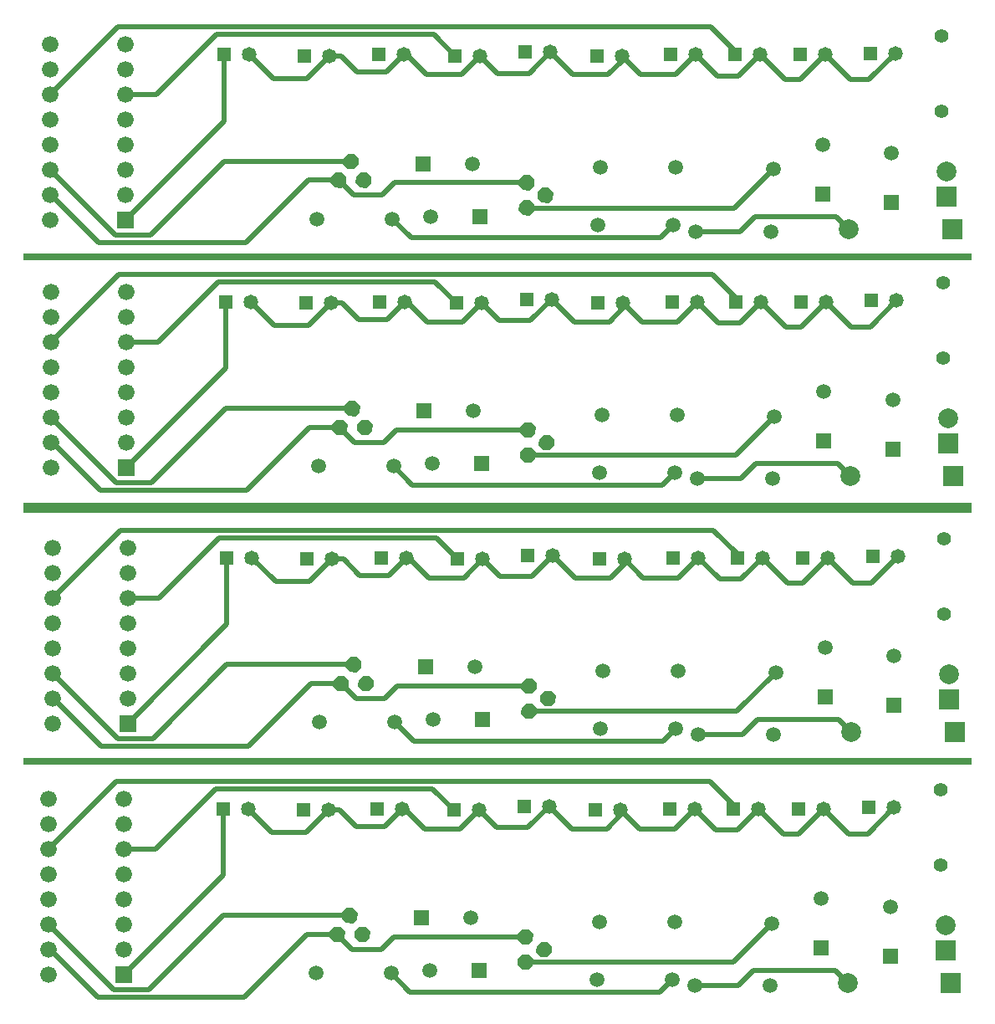
<source format=gtl>
G04 Layer_Physical_Order=1*
G04 Layer_Color=255*
%FSLAX25Y25*%
%MOIN*%
G70*
G01*
G75*
%ADD10C,0.02000*%
%ADD11R,3.77953X0.02756*%
%ADD12R,3.77953X0.03937*%
%ADD13C,0.05905*%
%ADD14C,0.06600*%
%ADD15R,0.06600X0.06600*%
%ADD16C,0.05512*%
%ADD17C,0.07874*%
%ADD18R,0.07874X0.07874*%
%ADD19R,0.07874X0.07874*%
%ADD20R,0.05905X0.05905*%
%ADD21C,0.05937*%
%ADD22R,0.05937X0.05937*%
%ADD23C,0.05827*%
%ADD24R,0.05827X0.05827*%
%ADD25R,0.05905X0.05905*%
G36*
X138895Y341991D02*
X140601Y340129D01*
X140491Y337605D01*
X138629Y335899D01*
X136105Y336009D01*
X134399Y337871D01*
X134509Y340395D01*
X136371Y342101D01*
X138895Y341991D01*
D02*
G37*
G36*
X143895Y334491D02*
X145601Y332629D01*
X145491Y330105D01*
X143629Y328399D01*
X141105Y328509D01*
X139399Y330371D01*
X139509Y332895D01*
X141371Y334601D01*
X143895Y334491D01*
D02*
G37*
G36*
X133895D02*
X135601Y332629D01*
X135491Y330105D01*
X133629Y328399D01*
X131105Y328509D01*
X129399Y330371D01*
X129509Y332895D01*
X131371Y334601D01*
X133895Y334491D01*
D02*
G37*
G36*
X208895Y333491D02*
X210601Y331629D01*
X210491Y329105D01*
X208629Y327399D01*
X206105Y327509D01*
X204399Y329371D01*
X204509Y331895D01*
X206371Y333601D01*
X208895Y333491D01*
D02*
G37*
G36*
X216395Y328491D02*
X218101Y326629D01*
X217991Y324105D01*
X216129Y322399D01*
X213605Y322509D01*
X211899Y324371D01*
X212009Y326895D01*
X213871Y328601D01*
X216395Y328491D01*
D02*
G37*
G36*
X208895Y323491D02*
X210601Y321629D01*
X210491Y319105D01*
X208629Y317399D01*
X206105Y317509D01*
X204399Y319371D01*
X204509Y321895D01*
X206371Y323601D01*
X208895Y323491D01*
D02*
G37*
G36*
X139395Y243491D02*
X141101Y241629D01*
X140991Y239105D01*
X139129Y237399D01*
X136605Y237509D01*
X134899Y239371D01*
X135009Y241895D01*
X136871Y243601D01*
X139395Y243491D01*
D02*
G37*
G36*
X144395Y235991D02*
X146101Y234129D01*
X145991Y231605D01*
X144129Y229899D01*
X141605Y230009D01*
X139899Y231871D01*
X140009Y234395D01*
X141871Y236101D01*
X144395Y235991D01*
D02*
G37*
G36*
X134395D02*
X136101Y234129D01*
X135991Y231605D01*
X134129Y229899D01*
X131605Y230009D01*
X129899Y231871D01*
X130009Y234395D01*
X131871Y236101D01*
X134395Y235991D01*
D02*
G37*
G36*
X209395Y234991D02*
X211101Y233129D01*
X210991Y230605D01*
X209129Y228899D01*
X206605Y229009D01*
X204899Y230871D01*
X205009Y233395D01*
X206871Y235101D01*
X209395Y234991D01*
D02*
G37*
G36*
X216895Y229991D02*
X218601Y228129D01*
X218491Y225605D01*
X216629Y223899D01*
X214105Y224009D01*
X212399Y225871D01*
X212509Y228395D01*
X214371Y230101D01*
X216895Y229991D01*
D02*
G37*
G36*
X209395Y224991D02*
X211101Y223129D01*
X210991Y220605D01*
X209129Y218899D01*
X206605Y219009D01*
X204899Y220871D01*
X205009Y223395D01*
X206871Y225101D01*
X209395Y224991D01*
D02*
G37*
G36*
X139895Y141491D02*
X141601Y139629D01*
X141491Y137105D01*
X139629Y135399D01*
X137105Y135509D01*
X135399Y137371D01*
X135509Y139895D01*
X137371Y141601D01*
X139895Y141491D01*
D02*
G37*
G36*
X144895Y133991D02*
X146601Y132129D01*
X146491Y129605D01*
X144629Y127899D01*
X142105Y128009D01*
X140399Y129871D01*
X140509Y132395D01*
X142371Y134101D01*
X144895Y133991D01*
D02*
G37*
G36*
X134895D02*
X136601Y132129D01*
X136491Y129605D01*
X134629Y127899D01*
X132105Y128009D01*
X130399Y129871D01*
X130509Y132395D01*
X132371Y134101D01*
X134895Y133991D01*
D02*
G37*
G36*
X209895Y132991D02*
X211601Y131129D01*
X211491Y128605D01*
X209629Y126899D01*
X207105Y127009D01*
X205399Y128871D01*
X205509Y131395D01*
X207371Y133101D01*
X209895Y132991D01*
D02*
G37*
G36*
X217395Y127991D02*
X219101Y126129D01*
X218991Y123605D01*
X217129Y121899D01*
X214605Y122009D01*
X212899Y123871D01*
X213009Y126395D01*
X214871Y128101D01*
X217395Y127991D01*
D02*
G37*
G36*
X209895Y122991D02*
X211601Y121129D01*
X211491Y118605D01*
X209629Y116899D01*
X207105Y117009D01*
X205399Y118871D01*
X205509Y121395D01*
X207371Y123101D01*
X209895Y122991D01*
D02*
G37*
G36*
X138395Y41491D02*
X140101Y39629D01*
X139991Y37105D01*
X138129Y35399D01*
X135605Y35509D01*
X133899Y37371D01*
X134009Y39895D01*
X135871Y41601D01*
X138395Y41491D01*
D02*
G37*
G36*
X143395Y33991D02*
X145101Y32129D01*
X144991Y29605D01*
X143129Y27899D01*
X140605Y28009D01*
X138899Y29871D01*
X139009Y32395D01*
X140871Y34101D01*
X143395Y33991D01*
D02*
G37*
G36*
X133395D02*
X135101Y32129D01*
X134991Y29605D01*
X133129Y27899D01*
X130605Y28009D01*
X128899Y29871D01*
X129009Y32395D01*
X130871Y34101D01*
X133395Y33991D01*
D02*
G37*
G36*
X208395Y32991D02*
X210101Y31129D01*
X209991Y28605D01*
X208129Y26899D01*
X205605Y27009D01*
X203899Y28871D01*
X204009Y31395D01*
X205871Y33101D01*
X208395Y32991D01*
D02*
G37*
G36*
X215895Y27991D02*
X217601Y26129D01*
X217491Y23605D01*
X215629Y21899D01*
X213105Y22009D01*
X211399Y23871D01*
X211509Y26395D01*
X213371Y28101D01*
X215895Y27991D01*
D02*
G37*
G36*
X208395Y22991D02*
X210101Y21129D01*
X209991Y18605D01*
X208129Y16899D01*
X205605Y17009D01*
X203899Y18871D01*
X204009Y21395D01*
X205871Y23101D01*
X208395Y22991D01*
D02*
G37*
D10*
X48500Y115000D02*
X88000Y154500D01*
Y181000D01*
X48500Y165000D02*
X61000D01*
X85000Y189000D01*
X171500D01*
X180000Y180500D01*
X98000Y181000D02*
X107500Y171500D01*
X121000D01*
X130000Y180500D01*
X134500D01*
X141000Y174000D01*
X152500D01*
X159500Y181000D01*
X160500D01*
X168500Y173000D01*
X182500D01*
X190000Y180500D01*
X197000Y173500D01*
X209500D01*
X218000Y182000D01*
X227000Y173000D01*
X241000D01*
X246500Y178500D01*
Y180500D01*
X254000Y173000D01*
X268000D01*
X276000Y181000D01*
X284500Y172500D01*
X293000D01*
X301500Y181000D01*
X311500Y171000D01*
X317500D01*
X327500Y181000D01*
X337500Y171000D01*
X345000D01*
X355500Y181500D01*
X18500Y165000D02*
X45500Y192000D01*
X282000D01*
X291500Y182500D01*
Y181000D02*
Y182500D01*
X18500Y135000D02*
X44500Y109000D01*
X58500D01*
X88000Y138500D01*
X138500D01*
X18500Y125000D02*
X19000D01*
X38000Y106000D01*
X96500D01*
X121500Y131000D01*
X133500D01*
X156000Y130000D02*
X208500D01*
X151000Y125000D02*
X156000Y130000D01*
X139500Y125000D02*
X151000D01*
X133500Y131000D02*
X139500Y125000D01*
X208500Y119899D02*
Y120000D01*
X291371Y119899D02*
X306815Y135343D01*
X155000Y115500D02*
X162500Y108000D01*
X262000D01*
X267000Y113000D01*
X276000Y110500D02*
X293500D01*
X299500Y116500D01*
X331909D01*
X336910Y111500D01*
X208500Y119899D02*
X291371D01*
X48000Y217000D02*
X87500Y256500D01*
Y283000D01*
X48000Y267000D02*
X60500D01*
X84500Y291000D01*
X171000D01*
X179500Y282500D01*
X97500Y283000D02*
X107000Y273500D01*
X120500D01*
X129500Y282500D01*
X134000D01*
X140500Y276000D01*
X152000D01*
X159000Y283000D01*
X160000D01*
X168000Y275000D01*
X182000D01*
X189500Y282500D01*
X196500Y275500D01*
X209000D01*
X217500Y284000D01*
X226500Y275000D01*
X240500D01*
X246000Y280500D01*
Y282500D01*
X253500Y275000D01*
X267500D01*
X275500Y283000D01*
X284000Y274500D01*
X292500D01*
X301000Y283000D01*
X311000Y273000D01*
X317000D01*
X327000Y283000D01*
X337000Y273000D01*
X344500D01*
X355000Y283500D01*
X18000Y267000D02*
X45000Y294000D01*
X281500D01*
X291000Y284500D01*
Y283000D02*
Y284500D01*
X18000Y237000D02*
X44000Y211000D01*
X58000D01*
X87500Y240500D01*
X138000D01*
X18000Y227000D02*
X18500D01*
X37500Y208000D01*
X96000D01*
X121000Y233000D01*
X133000D01*
X155500Y232000D02*
X208000D01*
X150500Y227000D02*
X155500Y232000D01*
X139000Y227000D02*
X150500D01*
X133000Y233000D02*
X139000Y227000D01*
X208000Y221899D02*
Y222000D01*
X290872Y221899D02*
X306315Y237343D01*
X154500Y217500D02*
X162000Y210000D01*
X261500D01*
X266500Y215000D01*
X275500Y212500D02*
X293000D01*
X299000Y218500D01*
X331410D01*
X336409Y213500D01*
X208000Y221899D02*
X290872D01*
X47500Y315500D02*
X87000Y355000D01*
Y381500D01*
X47500Y365500D02*
X60000D01*
X84000Y389500D01*
X170500D01*
X179000Y381000D01*
X97000Y381500D02*
X106500Y372000D01*
X120000D01*
X129000Y381000D01*
X133500D01*
X140000Y374500D01*
X151500D01*
X158500Y381500D01*
X159500D01*
X167500Y373500D01*
X181500D01*
X189000Y381000D01*
X196000Y374000D01*
X208500D01*
X217000Y382500D01*
X226000Y373500D01*
X240000D01*
X245500Y379000D01*
Y381000D01*
X253000Y373500D01*
X267000D01*
X275000Y381500D01*
X283500Y373000D01*
X292000D01*
X300500Y381500D01*
X310500Y371500D01*
X316500D01*
X326500Y381500D01*
X336500Y371500D01*
X344000D01*
X354500Y382000D01*
X17500Y365500D02*
X44500Y392500D01*
X281000D01*
X290500Y383000D01*
Y381500D02*
Y383000D01*
X17500Y335500D02*
X43500Y309500D01*
X57500D01*
X87000Y339000D01*
X137500D01*
X17500Y325500D02*
X18000D01*
X37000Y306500D01*
X95500D01*
X120500Y331500D01*
X132500D01*
X155000Y330500D02*
X207500D01*
X150000Y325500D02*
X155000Y330500D01*
X138500Y325500D02*
X150000D01*
X132500Y331500D02*
X138500Y325500D01*
X207500Y320399D02*
Y320500D01*
X290371Y320399D02*
X305815Y335842D01*
X154000Y316000D02*
X161500Y308500D01*
X261000D01*
X266000Y313500D01*
X275000Y311000D02*
X292500D01*
X298500Y317000D01*
X330909D01*
X335910Y312000D01*
X207500Y320399D02*
X290371D01*
X207000Y19899D02*
X289872D01*
X330410Y16500D02*
X335409Y11500D01*
X298000Y16500D02*
X330410D01*
X292000Y10500D02*
X298000Y16500D01*
X274500Y10500D02*
X292000D01*
X260500Y8000D02*
X265500Y13000D01*
X161000Y8000D02*
X260500D01*
X153500Y15500D02*
X161000Y8000D01*
X289872Y19899D02*
X305315Y35342D01*
X207000Y19899D02*
Y20000D01*
X132000Y31000D02*
X138000Y25000D01*
X149500D01*
X154500Y30000D01*
X207000D01*
X120000Y31000D02*
X132000D01*
X95000Y6000D02*
X120000Y31000D01*
X36500Y6000D02*
X95000D01*
X17500Y25000D02*
X36500Y6000D01*
X17000Y25000D02*
X17500D01*
X86500Y38500D02*
X137000D01*
X57000Y9000D02*
X86500Y38500D01*
X43000Y9000D02*
X57000D01*
X17000Y35000D02*
X43000Y9000D01*
X290000Y81000D02*
Y82500D01*
X280500Y92000D02*
X290000Y82500D01*
X44000Y92000D02*
X280500D01*
X17000Y65000D02*
X44000Y92000D01*
X343500Y71000D02*
X354000Y81500D01*
X336000Y71000D02*
X343500D01*
X326000Y81000D02*
X336000Y71000D01*
X316000D02*
X326000Y81000D01*
X310000Y71000D02*
X316000D01*
X300000Y81000D02*
X310000Y71000D01*
X291500Y72500D02*
X300000Y81000D01*
X283000Y72500D02*
X291500D01*
X274500Y81000D02*
X283000Y72500D01*
X266500Y73000D02*
X274500Y81000D01*
X252500Y73000D02*
X266500D01*
X245000Y80500D02*
X252500Y73000D01*
X245000Y78500D02*
Y80500D01*
X239500Y73000D02*
X245000Y78500D01*
X225500Y73000D02*
X239500D01*
X216500Y82000D02*
X225500Y73000D01*
X208000Y73500D02*
X216500Y82000D01*
X195500Y73500D02*
X208000D01*
X188500Y80500D02*
X195500Y73500D01*
X181000Y73000D02*
X188500Y80500D01*
X167000Y73000D02*
X181000D01*
X159000Y81000D02*
X167000Y73000D01*
X158000Y81000D02*
X159000D01*
X151000Y74000D02*
X158000Y81000D01*
X139500Y74000D02*
X151000D01*
X133000Y80500D02*
X139500Y74000D01*
X128500Y80500D02*
X133000D01*
X119500Y71500D02*
X128500Y80500D01*
X106000Y71500D02*
X119500D01*
X96500Y81000D02*
X106000Y71500D01*
X170000Y89000D02*
X178500Y80500D01*
X83500Y89000D02*
X170000D01*
X59500Y65000D02*
X83500Y89000D01*
X47000Y65000D02*
X59500D01*
X86500Y54500D02*
Y81000D01*
X47000Y15000D02*
X86500Y54500D01*
D11*
X196000Y301000D02*
D03*
Y100000D02*
D03*
D12*
Y201000D02*
D03*
D13*
X208500Y130000D02*
D03*
X216000Y125000D02*
D03*
X208500Y120000D02*
D03*
X133500Y131000D02*
D03*
X138500Y138500D02*
D03*
X143500Y131000D02*
D03*
X306000Y110500D02*
D03*
X276000D02*
D03*
X237000Y113000D02*
D03*
X267000D02*
D03*
X155000Y115500D02*
D03*
X125000D02*
D03*
X238000Y136000D02*
D03*
X268000D02*
D03*
X186843Y137500D02*
D03*
X170315Y116500D02*
D03*
X354000Y141842D02*
D03*
X208000Y232000D02*
D03*
X215500Y227000D02*
D03*
X208000Y222000D02*
D03*
X133000Y233000D02*
D03*
X138000Y240500D02*
D03*
X143000Y233000D02*
D03*
X305500Y212500D02*
D03*
X275500D02*
D03*
X236500Y215000D02*
D03*
X266500D02*
D03*
X154500Y217500D02*
D03*
X124500D02*
D03*
X237500Y238000D02*
D03*
X267500D02*
D03*
X186343Y239500D02*
D03*
X169815Y218500D02*
D03*
X353500Y243843D02*
D03*
X207500Y330500D02*
D03*
X215000Y325500D02*
D03*
X207500Y320500D02*
D03*
X132500Y331500D02*
D03*
X137500Y339000D02*
D03*
X142500Y331500D02*
D03*
X305000Y311000D02*
D03*
X275000D02*
D03*
X236000Y313500D02*
D03*
X266000D02*
D03*
X154000Y316000D02*
D03*
X124000D02*
D03*
X237000Y336500D02*
D03*
X267000D02*
D03*
X185843Y338000D02*
D03*
X169315Y317000D02*
D03*
X353000Y342342D02*
D03*
X352500Y41842D02*
D03*
X304500Y10500D02*
D03*
X274500D02*
D03*
X235500Y13000D02*
D03*
X265500D02*
D03*
X153500Y15500D02*
D03*
X123500D02*
D03*
X185343Y37500D02*
D03*
X236500Y36000D02*
D03*
X266500D02*
D03*
X168815Y16500D02*
D03*
X132000Y31000D02*
D03*
X137000Y38500D02*
D03*
X142000Y31000D02*
D03*
X207000Y30000D02*
D03*
X214500Y25000D02*
D03*
X207000Y20000D02*
D03*
D14*
X18500Y115000D02*
D03*
Y125000D02*
D03*
Y135000D02*
D03*
Y145000D02*
D03*
Y155000D02*
D03*
Y165000D02*
D03*
Y175000D02*
D03*
Y185000D02*
D03*
X48500D02*
D03*
Y175000D02*
D03*
Y165000D02*
D03*
Y155000D02*
D03*
Y145000D02*
D03*
Y135000D02*
D03*
Y125000D02*
D03*
X18000Y217000D02*
D03*
Y227000D02*
D03*
Y237000D02*
D03*
Y247000D02*
D03*
Y257000D02*
D03*
Y267000D02*
D03*
Y277000D02*
D03*
Y287000D02*
D03*
X48000D02*
D03*
Y277000D02*
D03*
Y267000D02*
D03*
Y257000D02*
D03*
Y247000D02*
D03*
Y237000D02*
D03*
Y227000D02*
D03*
X17500Y315500D02*
D03*
Y325500D02*
D03*
Y335500D02*
D03*
Y345500D02*
D03*
Y355500D02*
D03*
Y365500D02*
D03*
Y375500D02*
D03*
Y385500D02*
D03*
X47500D02*
D03*
Y375500D02*
D03*
Y365500D02*
D03*
Y355500D02*
D03*
Y345500D02*
D03*
Y335500D02*
D03*
Y325500D02*
D03*
X17000Y15000D02*
D03*
Y25000D02*
D03*
Y35000D02*
D03*
Y45000D02*
D03*
Y55000D02*
D03*
Y65000D02*
D03*
Y75000D02*
D03*
Y85000D02*
D03*
X47000D02*
D03*
Y75000D02*
D03*
Y65000D02*
D03*
Y55000D02*
D03*
Y45000D02*
D03*
Y35000D02*
D03*
Y25000D02*
D03*
D15*
X48500Y115000D02*
D03*
X48000Y217000D02*
D03*
X47500Y315500D02*
D03*
X47000Y15000D02*
D03*
D16*
X374000Y188500D02*
D03*
Y158500D02*
D03*
X373500Y290500D02*
D03*
Y260500D02*
D03*
X373000Y389000D02*
D03*
Y359000D02*
D03*
X372500Y88500D02*
D03*
Y58500D02*
D03*
D17*
X376000Y134500D02*
D03*
X336910Y111500D02*
D03*
X375500Y236500D02*
D03*
X336409Y213500D02*
D03*
X375000Y335000D02*
D03*
X335910Y312000D02*
D03*
X335409Y11500D02*
D03*
X374500Y34500D02*
D03*
D18*
X376000Y124500D02*
D03*
X375500Y226500D02*
D03*
X375000Y325000D02*
D03*
X374500Y24500D02*
D03*
D19*
X378091Y111500D02*
D03*
X377590Y213500D02*
D03*
X377091Y312000D02*
D03*
X376590Y11500D02*
D03*
D20*
X167157Y137500D02*
D03*
X190000Y116500D02*
D03*
X166657Y239500D02*
D03*
X189500Y218500D02*
D03*
X166157Y338000D02*
D03*
X189000Y317000D02*
D03*
X165657Y37500D02*
D03*
X188500Y16500D02*
D03*
D21*
X326500Y145185D02*
D03*
X306815Y135343D02*
D03*
X326000Y247185D02*
D03*
X306315Y237343D02*
D03*
X325500Y345685D02*
D03*
X305815Y335842D02*
D03*
X325000Y45185D02*
D03*
X305315Y35342D02*
D03*
D22*
X326500Y125500D02*
D03*
X326000Y227500D02*
D03*
X325500Y326000D02*
D03*
X325000Y25500D02*
D03*
D23*
X355500Y181500D02*
D03*
X327500Y181000D02*
D03*
X301500D02*
D03*
X276000D02*
D03*
X246500Y180500D02*
D03*
X218000Y182000D02*
D03*
X190000Y180500D02*
D03*
X159500Y181000D02*
D03*
X130000Y180500D02*
D03*
X98000Y181000D02*
D03*
X355000Y283500D02*
D03*
X327000Y283000D02*
D03*
X301000D02*
D03*
X275500D02*
D03*
X246000Y282500D02*
D03*
X217500Y284000D02*
D03*
X189500Y282500D02*
D03*
X159000Y283000D02*
D03*
X129500Y282500D02*
D03*
X97500Y283000D02*
D03*
X354500Y382000D02*
D03*
X326500Y381500D02*
D03*
X300500D02*
D03*
X275000D02*
D03*
X245500Y381000D02*
D03*
X217000Y382500D02*
D03*
X189000Y381000D02*
D03*
X158500Y381500D02*
D03*
X129000Y381000D02*
D03*
X97000Y381500D02*
D03*
X326000Y81000D02*
D03*
X96500D02*
D03*
X128500Y80500D02*
D03*
X158000Y81000D02*
D03*
X188500Y80500D02*
D03*
X216500Y82000D02*
D03*
X245000Y80500D02*
D03*
X274500Y81000D02*
D03*
X300000D02*
D03*
X354000Y81500D02*
D03*
D24*
X345500Y181500D02*
D03*
X317500Y181000D02*
D03*
X291500D02*
D03*
X266000D02*
D03*
X236500Y180500D02*
D03*
X208000Y182000D02*
D03*
X180000Y180500D02*
D03*
X149500Y181000D02*
D03*
X120000Y180500D02*
D03*
X88000Y181000D02*
D03*
X345000Y283500D02*
D03*
X317000Y283000D02*
D03*
X291000D02*
D03*
X265500D02*
D03*
X236000Y282500D02*
D03*
X207500Y284000D02*
D03*
X179500Y282500D02*
D03*
X149000Y283000D02*
D03*
X119500Y282500D02*
D03*
X87500Y283000D02*
D03*
X344500Y382000D02*
D03*
X316500Y381500D02*
D03*
X290500D02*
D03*
X265000D02*
D03*
X235500Y381000D02*
D03*
X207000Y382500D02*
D03*
X179000Y381000D02*
D03*
X148500Y381500D02*
D03*
X119000Y381000D02*
D03*
X87000Y381500D02*
D03*
X316000Y81000D02*
D03*
X86500D02*
D03*
X118500Y80500D02*
D03*
X148000Y81000D02*
D03*
X178500Y80500D02*
D03*
X206500Y82000D02*
D03*
X235000Y80500D02*
D03*
X264500Y81000D02*
D03*
X290000D02*
D03*
X344000Y81500D02*
D03*
D25*
X354000Y122158D02*
D03*
X353500Y224158D02*
D03*
X353000Y322657D02*
D03*
X352500Y22158D02*
D03*
M02*

</source>
